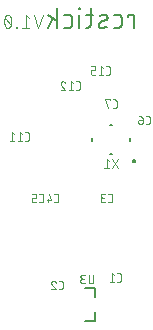
<source format=gbo>
G04 EAGLE Gerber RS-274X export*
G75*
%MOMM*%
%FSLAX34Y34*%
%LPD*%
%INSilk bottom*%
%IPPOS*%
%AMOC8*
5,1,8,0,0,1.08239X$1,22.5*%
G01*
%ADD10C,0.152400*%
%ADD11C,0.101600*%
%ADD12C,0.050800*%
%ADD13C,0.127000*%


D10*
X130048Y306832D02*
X130048Y317816D01*
X124556Y317816D01*
X124556Y315985D01*
X116839Y306832D02*
X113178Y306832D01*
X116839Y306832D02*
X116942Y306834D01*
X117044Y306840D01*
X117146Y306849D01*
X117248Y306863D01*
X117350Y306880D01*
X117450Y306901D01*
X117550Y306926D01*
X117648Y306954D01*
X117746Y306986D01*
X117842Y307022D01*
X117937Y307061D01*
X118030Y307104D01*
X118122Y307150D01*
X118212Y307200D01*
X118300Y307253D01*
X118386Y307309D01*
X118470Y307369D01*
X118551Y307431D01*
X118630Y307497D01*
X118707Y307565D01*
X118781Y307636D01*
X118852Y307710D01*
X118920Y307787D01*
X118986Y307866D01*
X119048Y307947D01*
X119108Y308031D01*
X119164Y308117D01*
X119217Y308205D01*
X119267Y308295D01*
X119313Y308387D01*
X119356Y308480D01*
X119395Y308575D01*
X119431Y308671D01*
X119463Y308769D01*
X119491Y308867D01*
X119516Y308967D01*
X119537Y309067D01*
X119554Y309169D01*
X119568Y309271D01*
X119577Y309373D01*
X119583Y309475D01*
X119585Y309578D01*
X119585Y315070D01*
X119583Y315173D01*
X119577Y315275D01*
X119568Y315377D01*
X119554Y315479D01*
X119537Y315581D01*
X119516Y315681D01*
X119491Y315781D01*
X119463Y315879D01*
X119431Y315977D01*
X119395Y316073D01*
X119356Y316168D01*
X119313Y316261D01*
X119267Y316353D01*
X119217Y316443D01*
X119164Y316531D01*
X119108Y316617D01*
X119048Y316701D01*
X118986Y316782D01*
X118920Y316861D01*
X118852Y316938D01*
X118781Y317012D01*
X118707Y317083D01*
X118630Y317151D01*
X118551Y317217D01*
X118470Y317279D01*
X118386Y317339D01*
X118300Y317395D01*
X118212Y317448D01*
X118122Y317498D01*
X118030Y317544D01*
X117937Y317587D01*
X117842Y317626D01*
X117746Y317662D01*
X117648Y317694D01*
X117550Y317722D01*
X117450Y317747D01*
X117350Y317768D01*
X117248Y317785D01*
X117146Y317799D01*
X117044Y317808D01*
X116942Y317814D01*
X116839Y317816D01*
X113178Y317816D01*
X106120Y313239D02*
X101543Y311409D01*
X106119Y313240D02*
X106207Y313277D01*
X106294Y313318D01*
X106378Y313362D01*
X106461Y313409D01*
X106542Y313460D01*
X106620Y313514D01*
X106697Y313571D01*
X106771Y313632D01*
X106842Y313695D01*
X106911Y313761D01*
X106978Y313829D01*
X107041Y313900D01*
X107102Y313974D01*
X107159Y314050D01*
X107214Y314129D01*
X107265Y314209D01*
X107313Y314292D01*
X107358Y314376D01*
X107399Y314462D01*
X107437Y314550D01*
X107471Y314639D01*
X107501Y314730D01*
X107528Y314821D01*
X107551Y314914D01*
X107571Y315007D01*
X107586Y315101D01*
X107598Y315196D01*
X107606Y315291D01*
X107610Y315386D01*
X107611Y315482D01*
X107607Y315577D01*
X107600Y315672D01*
X107589Y315767D01*
X107574Y315861D01*
X107555Y315955D01*
X107533Y316048D01*
X107506Y316140D01*
X107477Y316230D01*
X107443Y316320D01*
X107406Y316408D01*
X107366Y316494D01*
X107322Y316579D01*
X107274Y316662D01*
X107224Y316742D01*
X107170Y316821D01*
X107113Y316898D01*
X107053Y316972D01*
X106990Y317044D01*
X106924Y317113D01*
X106855Y317179D01*
X106784Y317243D01*
X106711Y317304D01*
X106635Y317361D01*
X106556Y317416D01*
X106476Y317467D01*
X106394Y317516D01*
X106309Y317560D01*
X106223Y317602D01*
X106136Y317640D01*
X106047Y317674D01*
X105956Y317705D01*
X105865Y317732D01*
X105772Y317755D01*
X105679Y317775D01*
X105585Y317791D01*
X105490Y317803D01*
X105395Y317811D01*
X105300Y317815D01*
X105204Y317816D01*
X104955Y317809D01*
X104705Y317797D01*
X104456Y317778D01*
X104207Y317754D01*
X103959Y317723D01*
X103712Y317687D01*
X103465Y317644D01*
X103220Y317596D01*
X102976Y317542D01*
X102734Y317482D01*
X102492Y317416D01*
X102253Y317344D01*
X102015Y317267D01*
X101780Y317183D01*
X101546Y317095D01*
X101314Y317000D01*
X101085Y316901D01*
X101544Y311408D02*
X101456Y311371D01*
X101369Y311330D01*
X101285Y311286D01*
X101202Y311239D01*
X101121Y311188D01*
X101043Y311134D01*
X100966Y311077D01*
X100892Y311016D01*
X100821Y310953D01*
X100752Y310887D01*
X100685Y310819D01*
X100622Y310748D01*
X100561Y310674D01*
X100504Y310598D01*
X100449Y310519D01*
X100398Y310439D01*
X100350Y310356D01*
X100305Y310272D01*
X100264Y310186D01*
X100226Y310098D01*
X100192Y310009D01*
X100162Y309918D01*
X100135Y309827D01*
X100112Y309734D01*
X100092Y309641D01*
X100077Y309547D01*
X100065Y309452D01*
X100057Y309357D01*
X100053Y309262D01*
X100052Y309166D01*
X100056Y309071D01*
X100063Y308976D01*
X100074Y308881D01*
X100089Y308787D01*
X100108Y308693D01*
X100130Y308600D01*
X100157Y308508D01*
X100186Y308418D01*
X100220Y308328D01*
X100257Y308240D01*
X100297Y308154D01*
X100341Y308069D01*
X100389Y307986D01*
X100439Y307906D01*
X100493Y307827D01*
X100550Y307750D01*
X100610Y307676D01*
X100673Y307604D01*
X100739Y307535D01*
X100808Y307469D01*
X100879Y307405D01*
X100952Y307344D01*
X101028Y307287D01*
X101107Y307232D01*
X101187Y307181D01*
X101269Y307132D01*
X101354Y307088D01*
X101440Y307046D01*
X101527Y307008D01*
X101616Y306974D01*
X101707Y306943D01*
X101798Y306916D01*
X101891Y306893D01*
X101984Y306873D01*
X102078Y306857D01*
X102173Y306845D01*
X102268Y306837D01*
X102363Y306833D01*
X102459Y306832D01*
X102826Y306841D01*
X103192Y306859D01*
X103559Y306886D01*
X103924Y306922D01*
X104288Y306966D01*
X104652Y307019D01*
X105014Y307080D01*
X105374Y307150D01*
X105733Y307229D01*
X106090Y307316D01*
X106444Y307411D01*
X106796Y307515D01*
X107146Y307627D01*
X107493Y307747D01*
X95110Y317816D02*
X89618Y317816D01*
X93279Y323308D02*
X93279Y309578D01*
X93277Y309475D01*
X93271Y309373D01*
X93262Y309271D01*
X93248Y309169D01*
X93231Y309067D01*
X93210Y308967D01*
X93185Y308867D01*
X93157Y308769D01*
X93125Y308671D01*
X93089Y308575D01*
X93050Y308480D01*
X93007Y308387D01*
X92961Y308295D01*
X92911Y308205D01*
X92858Y308117D01*
X92802Y308031D01*
X92742Y307947D01*
X92680Y307866D01*
X92614Y307787D01*
X92546Y307710D01*
X92475Y307636D01*
X92401Y307565D01*
X92324Y307497D01*
X92245Y307431D01*
X92164Y307369D01*
X92080Y307309D01*
X91994Y307253D01*
X91906Y307200D01*
X91816Y307150D01*
X91724Y307104D01*
X91631Y307061D01*
X91536Y307022D01*
X91440Y306986D01*
X91342Y306954D01*
X91244Y306926D01*
X91144Y306901D01*
X91044Y306880D01*
X90942Y306863D01*
X90840Y306849D01*
X90738Y306840D01*
X90636Y306834D01*
X90533Y306832D01*
X89618Y306832D01*
X83825Y306832D02*
X83825Y317816D01*
X84282Y322393D02*
X84282Y323308D01*
X83367Y323308D01*
X83367Y322393D01*
X84282Y322393D01*
X74719Y306832D02*
X71058Y306832D01*
X74719Y306832D02*
X74822Y306834D01*
X74924Y306840D01*
X75026Y306849D01*
X75128Y306863D01*
X75230Y306880D01*
X75330Y306901D01*
X75430Y306926D01*
X75528Y306954D01*
X75626Y306986D01*
X75722Y307022D01*
X75817Y307061D01*
X75910Y307104D01*
X76002Y307150D01*
X76092Y307200D01*
X76180Y307253D01*
X76266Y307309D01*
X76350Y307369D01*
X76431Y307431D01*
X76510Y307497D01*
X76587Y307565D01*
X76661Y307636D01*
X76732Y307710D01*
X76800Y307787D01*
X76866Y307866D01*
X76928Y307947D01*
X76988Y308031D01*
X77044Y308117D01*
X77097Y308205D01*
X77147Y308295D01*
X77193Y308387D01*
X77236Y308480D01*
X77275Y308575D01*
X77311Y308671D01*
X77343Y308769D01*
X77371Y308867D01*
X77396Y308967D01*
X77417Y309067D01*
X77434Y309169D01*
X77448Y309271D01*
X77457Y309373D01*
X77463Y309475D01*
X77465Y309578D01*
X77465Y315070D01*
X77463Y315173D01*
X77457Y315275D01*
X77448Y315377D01*
X77434Y315479D01*
X77417Y315581D01*
X77396Y315681D01*
X77371Y315781D01*
X77343Y315879D01*
X77311Y315977D01*
X77275Y316073D01*
X77236Y316168D01*
X77193Y316261D01*
X77147Y316353D01*
X77097Y316443D01*
X77044Y316531D01*
X76988Y316617D01*
X76928Y316701D01*
X76866Y316782D01*
X76800Y316861D01*
X76732Y316938D01*
X76661Y317012D01*
X76587Y317083D01*
X76510Y317151D01*
X76431Y317217D01*
X76350Y317279D01*
X76266Y317339D01*
X76180Y317395D01*
X76092Y317448D01*
X76002Y317498D01*
X75910Y317544D01*
X75817Y317587D01*
X75722Y317626D01*
X75626Y317662D01*
X75528Y317694D01*
X75430Y317722D01*
X75330Y317747D01*
X75230Y317768D01*
X75128Y317785D01*
X75026Y317799D01*
X74924Y317808D01*
X74822Y317814D01*
X74719Y317816D01*
X71058Y317816D01*
X64679Y323308D02*
X64679Y306832D01*
X64679Y312324D02*
X57356Y317816D01*
X61475Y314612D02*
X57356Y306832D01*
D11*
X49171Y306578D02*
X52832Y317562D01*
X45509Y317562D02*
X49171Y306578D01*
X41422Y315121D02*
X38371Y317562D01*
X38371Y306578D01*
X41422Y306578D02*
X35320Y306578D01*
X31116Y306578D02*
X31116Y307188D01*
X30506Y307188D01*
X30506Y306578D01*
X31116Y306578D01*
X26302Y312070D02*
X26299Y312286D01*
X26292Y312502D01*
X26279Y312718D01*
X26261Y312933D01*
X26238Y313148D01*
X26209Y313362D01*
X26176Y313576D01*
X26137Y313788D01*
X26094Y314000D01*
X26045Y314211D01*
X25992Y314420D01*
X25933Y314628D01*
X25870Y314834D01*
X25801Y315039D01*
X25728Y315243D01*
X25650Y315444D01*
X25567Y315644D01*
X25479Y315841D01*
X25387Y316037D01*
X25387Y316036D02*
X25355Y316124D01*
X25319Y316210D01*
X25280Y316295D01*
X25237Y316378D01*
X25191Y316459D01*
X25142Y316538D01*
X25089Y316616D01*
X25033Y316690D01*
X24974Y316763D01*
X24913Y316833D01*
X24848Y316900D01*
X24781Y316965D01*
X24711Y317027D01*
X24638Y317086D01*
X24563Y317141D01*
X24486Y317194D01*
X24407Y317244D01*
X24326Y317290D01*
X24243Y317332D01*
X24158Y317372D01*
X24072Y317407D01*
X23984Y317440D01*
X23895Y317468D01*
X23805Y317493D01*
X23715Y317514D01*
X23623Y317531D01*
X23530Y317545D01*
X23438Y317554D01*
X23344Y317560D01*
X23251Y317562D01*
X23158Y317560D01*
X23064Y317554D01*
X22972Y317545D01*
X22879Y317531D01*
X22787Y317514D01*
X22697Y317493D01*
X22607Y317468D01*
X22518Y317440D01*
X22430Y317407D01*
X22344Y317372D01*
X22259Y317332D01*
X22176Y317290D01*
X22095Y317244D01*
X22016Y317194D01*
X21939Y317141D01*
X21864Y317086D01*
X21791Y317027D01*
X21721Y316965D01*
X21654Y316900D01*
X21589Y316833D01*
X21528Y316763D01*
X21469Y316690D01*
X21413Y316616D01*
X21360Y316538D01*
X21311Y316459D01*
X21265Y316378D01*
X21222Y316295D01*
X21183Y316210D01*
X21147Y316124D01*
X21115Y316036D01*
X21114Y316037D02*
X21022Y315841D01*
X20934Y315644D01*
X20851Y315444D01*
X20773Y315243D01*
X20700Y315039D01*
X20631Y314834D01*
X20568Y314628D01*
X20509Y314420D01*
X20456Y314211D01*
X20407Y314000D01*
X20364Y313788D01*
X20325Y313576D01*
X20292Y313362D01*
X20263Y313148D01*
X20240Y312933D01*
X20222Y312718D01*
X20209Y312502D01*
X20202Y312286D01*
X20199Y312070D01*
X26302Y312070D02*
X26299Y311854D01*
X26292Y311638D01*
X26279Y311422D01*
X26261Y311207D01*
X26238Y310992D01*
X26209Y310778D01*
X26176Y310564D01*
X26137Y310352D01*
X26094Y310140D01*
X26045Y309930D01*
X25992Y309720D01*
X25933Y309512D01*
X25870Y309306D01*
X25801Y309101D01*
X25728Y308897D01*
X25650Y308696D01*
X25567Y308496D01*
X25479Y308299D01*
X25387Y308104D01*
X25355Y308016D01*
X25319Y307930D01*
X25280Y307845D01*
X25237Y307762D01*
X25191Y307681D01*
X25142Y307602D01*
X25089Y307524D01*
X25033Y307450D01*
X24974Y307377D01*
X24913Y307307D01*
X24848Y307240D01*
X24781Y307175D01*
X24711Y307113D01*
X24638Y307054D01*
X24563Y306999D01*
X24486Y306946D01*
X24407Y306896D01*
X24326Y306850D01*
X24243Y306808D01*
X24158Y306768D01*
X24072Y306733D01*
X23984Y306700D01*
X23895Y306672D01*
X23805Y306647D01*
X23715Y306626D01*
X23623Y306609D01*
X23530Y306595D01*
X23438Y306586D01*
X23344Y306580D01*
X23251Y306578D01*
X21114Y308103D02*
X21022Y308299D01*
X20934Y308496D01*
X20851Y308696D01*
X20773Y308897D01*
X20700Y309101D01*
X20631Y309306D01*
X20568Y309512D01*
X20509Y309720D01*
X20456Y309929D01*
X20407Y310140D01*
X20364Y310352D01*
X20325Y310564D01*
X20292Y310778D01*
X20263Y310992D01*
X20240Y311207D01*
X20222Y311422D01*
X20209Y311638D01*
X20202Y311854D01*
X20199Y312070D01*
X21115Y308104D02*
X21147Y308016D01*
X21183Y307930D01*
X21222Y307845D01*
X21265Y307762D01*
X21311Y307681D01*
X21360Y307602D01*
X21413Y307524D01*
X21469Y307450D01*
X21528Y307377D01*
X21589Y307307D01*
X21654Y307240D01*
X21721Y307175D01*
X21791Y307113D01*
X21864Y307054D01*
X21939Y306999D01*
X22016Y306946D01*
X22095Y306896D01*
X22176Y306850D01*
X22259Y306808D01*
X22344Y306768D01*
X22430Y306733D01*
X22518Y306700D01*
X22607Y306672D01*
X22697Y306647D01*
X22787Y306626D01*
X22879Y306609D01*
X22972Y306595D01*
X23064Y306586D01*
X23158Y306580D01*
X23251Y306578D01*
X25692Y309019D02*
X20810Y315121D01*
D12*
X115981Y91694D02*
X117562Y91694D01*
X117640Y91696D01*
X117717Y91702D01*
X117794Y91711D01*
X117870Y91724D01*
X117946Y91741D01*
X118021Y91762D01*
X118094Y91786D01*
X118167Y91814D01*
X118238Y91846D01*
X118307Y91881D01*
X118374Y91919D01*
X118440Y91960D01*
X118503Y92005D01*
X118564Y92053D01*
X118623Y92103D01*
X118679Y92157D01*
X118733Y92213D01*
X118783Y92272D01*
X118831Y92333D01*
X118876Y92396D01*
X118917Y92462D01*
X118955Y92529D01*
X118990Y92598D01*
X119022Y92669D01*
X119050Y92742D01*
X119074Y92815D01*
X119095Y92890D01*
X119112Y92966D01*
X119125Y93042D01*
X119134Y93119D01*
X119140Y93196D01*
X119142Y93274D01*
X119142Y97226D01*
X119140Y97304D01*
X119134Y97381D01*
X119125Y97458D01*
X119112Y97534D01*
X119095Y97610D01*
X119074Y97685D01*
X119050Y97758D01*
X119022Y97831D01*
X118990Y97902D01*
X118955Y97971D01*
X118917Y98038D01*
X118876Y98104D01*
X118831Y98167D01*
X118783Y98228D01*
X118733Y98287D01*
X118679Y98343D01*
X118623Y98397D01*
X118564Y98447D01*
X118503Y98495D01*
X118440Y98540D01*
X118374Y98581D01*
X118307Y98619D01*
X118238Y98654D01*
X118167Y98686D01*
X118094Y98714D01*
X118021Y98738D01*
X117946Y98759D01*
X117870Y98776D01*
X117794Y98789D01*
X117717Y98798D01*
X117640Y98804D01*
X117562Y98806D01*
X115981Y98806D01*
X113409Y97226D02*
X111433Y98806D01*
X111433Y91694D01*
X109458Y91694D02*
X113409Y91694D01*
X39711Y211074D02*
X38130Y211074D01*
X39711Y211074D02*
X39789Y211076D01*
X39866Y211082D01*
X39943Y211091D01*
X40019Y211104D01*
X40095Y211121D01*
X40170Y211142D01*
X40243Y211166D01*
X40316Y211194D01*
X40387Y211226D01*
X40456Y211261D01*
X40523Y211299D01*
X40589Y211340D01*
X40652Y211385D01*
X40713Y211433D01*
X40772Y211483D01*
X40828Y211537D01*
X40882Y211593D01*
X40932Y211652D01*
X40980Y211713D01*
X41025Y211776D01*
X41066Y211842D01*
X41104Y211909D01*
X41139Y211978D01*
X41171Y212049D01*
X41199Y212122D01*
X41223Y212195D01*
X41244Y212270D01*
X41261Y212346D01*
X41274Y212422D01*
X41283Y212499D01*
X41289Y212576D01*
X41291Y212654D01*
X41291Y216606D01*
X41289Y216684D01*
X41283Y216761D01*
X41274Y216838D01*
X41261Y216914D01*
X41244Y216990D01*
X41223Y217065D01*
X41199Y217138D01*
X41171Y217211D01*
X41139Y217282D01*
X41104Y217351D01*
X41066Y217418D01*
X41025Y217484D01*
X40980Y217547D01*
X40932Y217608D01*
X40882Y217667D01*
X40828Y217723D01*
X40772Y217777D01*
X40713Y217827D01*
X40652Y217875D01*
X40589Y217920D01*
X40523Y217961D01*
X40456Y217999D01*
X40387Y218034D01*
X40316Y218066D01*
X40243Y218094D01*
X40170Y218118D01*
X40095Y218139D01*
X40019Y218156D01*
X39943Y218169D01*
X39866Y218178D01*
X39789Y218184D01*
X39711Y218186D01*
X38130Y218186D01*
X35558Y216606D02*
X33582Y218186D01*
X33582Y211074D01*
X31607Y211074D02*
X35558Y211074D01*
X28700Y216606D02*
X26724Y218186D01*
X26724Y211074D01*
X24749Y211074D02*
X28700Y211074D01*
X81310Y254254D02*
X82891Y254254D01*
X82969Y254256D01*
X83046Y254262D01*
X83123Y254271D01*
X83199Y254284D01*
X83275Y254301D01*
X83350Y254322D01*
X83423Y254346D01*
X83496Y254374D01*
X83567Y254406D01*
X83636Y254441D01*
X83703Y254479D01*
X83769Y254520D01*
X83832Y254565D01*
X83893Y254613D01*
X83952Y254663D01*
X84008Y254717D01*
X84062Y254773D01*
X84112Y254832D01*
X84160Y254893D01*
X84205Y254956D01*
X84246Y255022D01*
X84284Y255089D01*
X84319Y255158D01*
X84351Y255229D01*
X84379Y255302D01*
X84403Y255375D01*
X84424Y255450D01*
X84441Y255526D01*
X84454Y255602D01*
X84463Y255679D01*
X84469Y255756D01*
X84471Y255834D01*
X84471Y259786D01*
X84469Y259864D01*
X84463Y259941D01*
X84454Y260018D01*
X84441Y260094D01*
X84424Y260170D01*
X84403Y260245D01*
X84379Y260318D01*
X84351Y260391D01*
X84319Y260462D01*
X84284Y260531D01*
X84246Y260598D01*
X84205Y260664D01*
X84160Y260727D01*
X84112Y260788D01*
X84062Y260847D01*
X84008Y260903D01*
X83952Y260957D01*
X83893Y261007D01*
X83832Y261055D01*
X83769Y261100D01*
X83703Y261141D01*
X83636Y261179D01*
X83567Y261214D01*
X83496Y261246D01*
X83423Y261274D01*
X83350Y261298D01*
X83275Y261319D01*
X83199Y261336D01*
X83123Y261349D01*
X83046Y261358D01*
X82969Y261364D01*
X82891Y261366D01*
X81310Y261366D01*
X78738Y259786D02*
X76762Y261366D01*
X76762Y254254D01*
X74787Y254254D02*
X78738Y254254D01*
X69707Y261366D02*
X69625Y261364D01*
X69543Y261358D01*
X69461Y261349D01*
X69380Y261336D01*
X69300Y261319D01*
X69220Y261298D01*
X69142Y261274D01*
X69065Y261246D01*
X68989Y261215D01*
X68914Y261180D01*
X68842Y261141D01*
X68771Y261100D01*
X68702Y261055D01*
X68636Y261007D01*
X68571Y260956D01*
X68509Y260902D01*
X68450Y260845D01*
X68393Y260786D01*
X68339Y260724D01*
X68288Y260659D01*
X68240Y260593D01*
X68195Y260524D01*
X68154Y260453D01*
X68115Y260381D01*
X68080Y260306D01*
X68049Y260230D01*
X68021Y260153D01*
X67997Y260075D01*
X67976Y259995D01*
X67959Y259915D01*
X67946Y259834D01*
X67937Y259752D01*
X67931Y259670D01*
X67929Y259588D01*
X69707Y261366D02*
X69800Y261364D01*
X69892Y261358D01*
X69984Y261349D01*
X70076Y261336D01*
X70167Y261319D01*
X70257Y261299D01*
X70347Y261275D01*
X70435Y261247D01*
X70523Y261215D01*
X70608Y261181D01*
X70693Y261142D01*
X70775Y261101D01*
X70856Y261056D01*
X70936Y261007D01*
X71013Y260956D01*
X71088Y260902D01*
X71160Y260844D01*
X71231Y260784D01*
X71298Y260720D01*
X71363Y260655D01*
X71426Y260586D01*
X71485Y260515D01*
X71542Y260442D01*
X71596Y260366D01*
X71646Y260289D01*
X71694Y260209D01*
X71738Y260127D01*
X71778Y260044D01*
X71816Y259959D01*
X71850Y259873D01*
X71880Y259786D01*
X68522Y258205D02*
X68461Y258266D01*
X68403Y258329D01*
X68348Y258395D01*
X68295Y258463D01*
X68246Y258534D01*
X68201Y258606D01*
X68158Y258681D01*
X68119Y258757D01*
X68083Y258836D01*
X68051Y258915D01*
X68023Y258996D01*
X67998Y259079D01*
X67977Y259162D01*
X67960Y259246D01*
X67946Y259331D01*
X67937Y259416D01*
X67931Y259502D01*
X67929Y259588D01*
X68522Y258205D02*
X71880Y254254D01*
X67929Y254254D01*
X106710Y266954D02*
X108291Y266954D01*
X108369Y266956D01*
X108446Y266962D01*
X108523Y266971D01*
X108599Y266984D01*
X108675Y267001D01*
X108750Y267022D01*
X108823Y267046D01*
X108896Y267074D01*
X108967Y267106D01*
X109036Y267141D01*
X109103Y267179D01*
X109169Y267220D01*
X109232Y267265D01*
X109293Y267313D01*
X109352Y267363D01*
X109408Y267417D01*
X109462Y267473D01*
X109512Y267532D01*
X109560Y267593D01*
X109605Y267656D01*
X109646Y267722D01*
X109684Y267789D01*
X109719Y267858D01*
X109751Y267929D01*
X109779Y268002D01*
X109803Y268075D01*
X109824Y268150D01*
X109841Y268226D01*
X109854Y268302D01*
X109863Y268379D01*
X109869Y268456D01*
X109871Y268534D01*
X109871Y272486D01*
X109869Y272564D01*
X109863Y272641D01*
X109854Y272718D01*
X109841Y272794D01*
X109824Y272870D01*
X109803Y272945D01*
X109779Y273018D01*
X109751Y273091D01*
X109719Y273162D01*
X109684Y273231D01*
X109646Y273298D01*
X109605Y273364D01*
X109560Y273427D01*
X109512Y273488D01*
X109462Y273547D01*
X109408Y273603D01*
X109352Y273657D01*
X109293Y273707D01*
X109232Y273755D01*
X109169Y273800D01*
X109103Y273841D01*
X109036Y273879D01*
X108967Y273914D01*
X108896Y273946D01*
X108823Y273974D01*
X108750Y273998D01*
X108675Y274019D01*
X108599Y274036D01*
X108523Y274049D01*
X108446Y274058D01*
X108369Y274064D01*
X108291Y274066D01*
X106710Y274066D01*
X104138Y272486D02*
X102162Y274066D01*
X102162Y266954D01*
X100187Y266954D02*
X104138Y266954D01*
X97280Y266954D02*
X94909Y266954D01*
X94831Y266956D01*
X94754Y266962D01*
X94677Y266971D01*
X94601Y266984D01*
X94525Y267001D01*
X94450Y267022D01*
X94377Y267046D01*
X94304Y267074D01*
X94233Y267106D01*
X94164Y267141D01*
X94097Y267179D01*
X94031Y267220D01*
X93968Y267265D01*
X93907Y267313D01*
X93848Y267363D01*
X93792Y267417D01*
X93738Y267473D01*
X93688Y267532D01*
X93640Y267593D01*
X93595Y267656D01*
X93554Y267722D01*
X93516Y267789D01*
X93481Y267858D01*
X93449Y267929D01*
X93421Y268002D01*
X93397Y268075D01*
X93376Y268150D01*
X93359Y268226D01*
X93346Y268302D01*
X93337Y268379D01*
X93331Y268456D01*
X93329Y268534D01*
X93329Y269325D01*
X93331Y269403D01*
X93337Y269480D01*
X93346Y269557D01*
X93359Y269633D01*
X93376Y269709D01*
X93397Y269784D01*
X93421Y269857D01*
X93449Y269930D01*
X93481Y270001D01*
X93516Y270070D01*
X93554Y270137D01*
X93595Y270203D01*
X93640Y270266D01*
X93688Y270327D01*
X93738Y270386D01*
X93792Y270442D01*
X93848Y270496D01*
X93907Y270546D01*
X93968Y270594D01*
X94031Y270639D01*
X94097Y270680D01*
X94164Y270718D01*
X94233Y270753D01*
X94304Y270785D01*
X94377Y270813D01*
X94450Y270837D01*
X94525Y270858D01*
X94601Y270875D01*
X94677Y270888D01*
X94754Y270897D01*
X94831Y270903D01*
X94909Y270905D01*
X97280Y270905D01*
X97280Y274066D01*
X93329Y274066D01*
X68032Y85344D02*
X66451Y85344D01*
X68032Y85344D02*
X68110Y85346D01*
X68187Y85352D01*
X68264Y85361D01*
X68340Y85374D01*
X68416Y85391D01*
X68491Y85412D01*
X68564Y85436D01*
X68637Y85464D01*
X68708Y85496D01*
X68777Y85531D01*
X68844Y85569D01*
X68910Y85610D01*
X68973Y85655D01*
X69034Y85703D01*
X69093Y85753D01*
X69149Y85807D01*
X69203Y85863D01*
X69253Y85922D01*
X69301Y85983D01*
X69346Y86046D01*
X69387Y86112D01*
X69425Y86179D01*
X69460Y86248D01*
X69492Y86319D01*
X69520Y86392D01*
X69544Y86465D01*
X69565Y86540D01*
X69582Y86616D01*
X69595Y86692D01*
X69604Y86769D01*
X69610Y86846D01*
X69612Y86924D01*
X69612Y90876D01*
X69610Y90954D01*
X69604Y91031D01*
X69595Y91108D01*
X69582Y91184D01*
X69565Y91260D01*
X69544Y91335D01*
X69520Y91408D01*
X69492Y91481D01*
X69460Y91552D01*
X69425Y91621D01*
X69387Y91688D01*
X69346Y91754D01*
X69301Y91817D01*
X69253Y91878D01*
X69203Y91937D01*
X69149Y91993D01*
X69093Y92047D01*
X69034Y92097D01*
X68973Y92145D01*
X68910Y92190D01*
X68844Y92231D01*
X68777Y92269D01*
X68708Y92304D01*
X68637Y92336D01*
X68564Y92364D01*
X68491Y92388D01*
X68416Y92409D01*
X68340Y92426D01*
X68264Y92439D01*
X68187Y92448D01*
X68110Y92454D01*
X68032Y92456D01*
X66451Y92456D01*
X61706Y92456D02*
X61624Y92454D01*
X61542Y92448D01*
X61460Y92439D01*
X61379Y92426D01*
X61299Y92409D01*
X61219Y92388D01*
X61141Y92364D01*
X61064Y92336D01*
X60988Y92305D01*
X60913Y92270D01*
X60841Y92231D01*
X60770Y92190D01*
X60701Y92145D01*
X60635Y92097D01*
X60570Y92046D01*
X60508Y91992D01*
X60449Y91935D01*
X60392Y91876D01*
X60338Y91814D01*
X60287Y91749D01*
X60239Y91683D01*
X60194Y91614D01*
X60153Y91543D01*
X60114Y91471D01*
X60079Y91396D01*
X60048Y91320D01*
X60020Y91243D01*
X59996Y91165D01*
X59975Y91085D01*
X59958Y91005D01*
X59945Y90924D01*
X59936Y90842D01*
X59930Y90760D01*
X59928Y90678D01*
X61706Y92456D02*
X61799Y92454D01*
X61891Y92448D01*
X61983Y92439D01*
X62075Y92426D01*
X62166Y92409D01*
X62256Y92389D01*
X62346Y92365D01*
X62434Y92337D01*
X62522Y92305D01*
X62607Y92271D01*
X62692Y92232D01*
X62774Y92191D01*
X62855Y92146D01*
X62935Y92097D01*
X63012Y92046D01*
X63087Y91992D01*
X63159Y91934D01*
X63230Y91874D01*
X63297Y91810D01*
X63362Y91745D01*
X63425Y91676D01*
X63484Y91605D01*
X63541Y91532D01*
X63595Y91456D01*
X63645Y91379D01*
X63693Y91299D01*
X63737Y91217D01*
X63777Y91134D01*
X63815Y91049D01*
X63849Y90963D01*
X63879Y90876D01*
X60521Y89295D02*
X60460Y89356D01*
X60402Y89419D01*
X60347Y89485D01*
X60294Y89553D01*
X60245Y89624D01*
X60200Y89696D01*
X60157Y89771D01*
X60118Y89847D01*
X60082Y89926D01*
X60050Y90005D01*
X60022Y90086D01*
X59997Y90169D01*
X59976Y90252D01*
X59959Y90336D01*
X59945Y90421D01*
X59936Y90506D01*
X59930Y90592D01*
X59928Y90678D01*
X60521Y89295D02*
X63879Y85344D01*
X59928Y85344D01*
X108361Y159004D02*
X109942Y159004D01*
X110020Y159006D01*
X110097Y159012D01*
X110174Y159021D01*
X110250Y159034D01*
X110326Y159051D01*
X110401Y159072D01*
X110474Y159096D01*
X110547Y159124D01*
X110618Y159156D01*
X110687Y159191D01*
X110754Y159229D01*
X110820Y159270D01*
X110883Y159315D01*
X110944Y159363D01*
X111003Y159413D01*
X111059Y159467D01*
X111113Y159523D01*
X111163Y159582D01*
X111211Y159643D01*
X111256Y159706D01*
X111297Y159772D01*
X111335Y159839D01*
X111370Y159908D01*
X111402Y159979D01*
X111430Y160052D01*
X111454Y160125D01*
X111475Y160200D01*
X111492Y160276D01*
X111505Y160352D01*
X111514Y160429D01*
X111520Y160506D01*
X111522Y160584D01*
X111522Y164536D01*
X111520Y164614D01*
X111514Y164691D01*
X111505Y164768D01*
X111492Y164844D01*
X111475Y164920D01*
X111454Y164995D01*
X111430Y165068D01*
X111402Y165141D01*
X111370Y165212D01*
X111335Y165281D01*
X111297Y165348D01*
X111256Y165414D01*
X111211Y165477D01*
X111163Y165538D01*
X111113Y165597D01*
X111059Y165653D01*
X111003Y165707D01*
X110944Y165757D01*
X110883Y165805D01*
X110820Y165850D01*
X110754Y165891D01*
X110687Y165929D01*
X110618Y165964D01*
X110547Y165996D01*
X110474Y166024D01*
X110401Y166048D01*
X110326Y166069D01*
X110250Y166086D01*
X110174Y166099D01*
X110097Y166108D01*
X110020Y166114D01*
X109942Y166116D01*
X108361Y166116D01*
X105789Y159004D02*
X103813Y159004D01*
X103726Y159006D01*
X103638Y159012D01*
X103551Y159021D01*
X103465Y159035D01*
X103379Y159052D01*
X103295Y159073D01*
X103211Y159098D01*
X103128Y159127D01*
X103047Y159159D01*
X102967Y159194D01*
X102889Y159233D01*
X102812Y159276D01*
X102738Y159322D01*
X102666Y159371D01*
X102596Y159423D01*
X102528Y159479D01*
X102463Y159537D01*
X102400Y159598D01*
X102341Y159662D01*
X102284Y159729D01*
X102230Y159797D01*
X102179Y159869D01*
X102132Y159942D01*
X102087Y160017D01*
X102046Y160095D01*
X102009Y160174D01*
X101975Y160254D01*
X101945Y160336D01*
X101918Y160419D01*
X101895Y160504D01*
X101876Y160589D01*
X101861Y160675D01*
X101849Y160762D01*
X101841Y160849D01*
X101837Y160936D01*
X101837Y161024D01*
X101841Y161111D01*
X101849Y161198D01*
X101861Y161285D01*
X101876Y161371D01*
X101895Y161456D01*
X101918Y161541D01*
X101945Y161624D01*
X101975Y161706D01*
X102009Y161786D01*
X102046Y161865D01*
X102087Y161943D01*
X102132Y162018D01*
X102179Y162091D01*
X102230Y162163D01*
X102284Y162231D01*
X102341Y162298D01*
X102400Y162362D01*
X102463Y162423D01*
X102528Y162481D01*
X102596Y162537D01*
X102666Y162589D01*
X102738Y162638D01*
X102812Y162684D01*
X102889Y162727D01*
X102967Y162766D01*
X103047Y162801D01*
X103128Y162833D01*
X103211Y162862D01*
X103295Y162887D01*
X103379Y162908D01*
X103465Y162925D01*
X103551Y162939D01*
X103638Y162948D01*
X103726Y162954D01*
X103813Y162956D01*
X103418Y166116D02*
X105789Y166116D01*
X103418Y166116D02*
X103339Y166114D01*
X103261Y166108D01*
X103183Y166098D01*
X103105Y166085D01*
X103028Y166067D01*
X102952Y166046D01*
X102878Y166021D01*
X102804Y165992D01*
X102732Y165960D01*
X102662Y165924D01*
X102594Y165884D01*
X102528Y165841D01*
X102464Y165795D01*
X102402Y165746D01*
X102343Y165694D01*
X102287Y165639D01*
X102233Y165581D01*
X102183Y165521D01*
X102135Y165458D01*
X102091Y165393D01*
X102050Y165326D01*
X102012Y165257D01*
X101978Y165186D01*
X101947Y165113D01*
X101920Y165039D01*
X101897Y164964D01*
X101878Y164888D01*
X101862Y164810D01*
X101850Y164732D01*
X101842Y164654D01*
X101838Y164575D01*
X101838Y164497D01*
X101842Y164418D01*
X101850Y164340D01*
X101862Y164262D01*
X101878Y164184D01*
X101897Y164108D01*
X101920Y164033D01*
X101947Y163959D01*
X101978Y163886D01*
X102012Y163815D01*
X102050Y163746D01*
X102091Y163679D01*
X102135Y163614D01*
X102183Y163551D01*
X102233Y163491D01*
X102287Y163433D01*
X102343Y163378D01*
X102402Y163326D01*
X102464Y163277D01*
X102528Y163231D01*
X102594Y163188D01*
X102662Y163148D01*
X102732Y163112D01*
X102804Y163080D01*
X102878Y163051D01*
X102952Y163026D01*
X103028Y163005D01*
X103105Y162987D01*
X103183Y162974D01*
X103261Y162964D01*
X103339Y162958D01*
X103418Y162956D01*
X103418Y162955D02*
X104999Y162955D01*
X64222Y159004D02*
X62641Y159004D01*
X64222Y159004D02*
X64300Y159006D01*
X64377Y159012D01*
X64454Y159021D01*
X64530Y159034D01*
X64606Y159051D01*
X64681Y159072D01*
X64754Y159096D01*
X64827Y159124D01*
X64898Y159156D01*
X64967Y159191D01*
X65034Y159229D01*
X65100Y159270D01*
X65163Y159315D01*
X65224Y159363D01*
X65283Y159413D01*
X65339Y159467D01*
X65393Y159523D01*
X65443Y159582D01*
X65491Y159643D01*
X65536Y159706D01*
X65577Y159772D01*
X65615Y159839D01*
X65650Y159908D01*
X65682Y159979D01*
X65710Y160052D01*
X65734Y160125D01*
X65755Y160200D01*
X65772Y160276D01*
X65785Y160352D01*
X65794Y160429D01*
X65800Y160506D01*
X65802Y160584D01*
X65802Y164536D01*
X65800Y164614D01*
X65794Y164691D01*
X65785Y164768D01*
X65772Y164844D01*
X65755Y164920D01*
X65734Y164995D01*
X65710Y165068D01*
X65682Y165141D01*
X65650Y165212D01*
X65615Y165281D01*
X65577Y165348D01*
X65536Y165414D01*
X65491Y165477D01*
X65443Y165538D01*
X65393Y165597D01*
X65339Y165653D01*
X65283Y165707D01*
X65224Y165757D01*
X65163Y165805D01*
X65100Y165850D01*
X65034Y165891D01*
X64967Y165929D01*
X64898Y165964D01*
X64827Y165996D01*
X64754Y166024D01*
X64681Y166048D01*
X64606Y166069D01*
X64530Y166086D01*
X64454Y166099D01*
X64377Y166108D01*
X64300Y166114D01*
X64222Y166116D01*
X62641Y166116D01*
X58489Y166116D02*
X60069Y160584D01*
X56118Y160584D01*
X57303Y162165D02*
X57303Y159004D01*
X51522Y159004D02*
X49941Y159004D01*
X51522Y159004D02*
X51600Y159006D01*
X51677Y159012D01*
X51754Y159021D01*
X51830Y159034D01*
X51906Y159051D01*
X51981Y159072D01*
X52054Y159096D01*
X52127Y159124D01*
X52198Y159156D01*
X52267Y159191D01*
X52334Y159229D01*
X52400Y159270D01*
X52463Y159315D01*
X52524Y159363D01*
X52583Y159413D01*
X52639Y159467D01*
X52693Y159523D01*
X52743Y159582D01*
X52791Y159643D01*
X52836Y159706D01*
X52877Y159772D01*
X52915Y159839D01*
X52950Y159908D01*
X52982Y159979D01*
X53010Y160052D01*
X53034Y160125D01*
X53055Y160200D01*
X53072Y160276D01*
X53085Y160352D01*
X53094Y160429D01*
X53100Y160506D01*
X53102Y160584D01*
X53102Y164536D01*
X53100Y164614D01*
X53094Y164691D01*
X53085Y164768D01*
X53072Y164844D01*
X53055Y164920D01*
X53034Y164995D01*
X53010Y165068D01*
X52982Y165141D01*
X52950Y165212D01*
X52915Y165281D01*
X52877Y165348D01*
X52836Y165414D01*
X52791Y165477D01*
X52743Y165538D01*
X52693Y165597D01*
X52639Y165653D01*
X52583Y165707D01*
X52524Y165757D01*
X52463Y165805D01*
X52400Y165850D01*
X52334Y165891D01*
X52267Y165929D01*
X52198Y165964D01*
X52127Y165996D01*
X52054Y166024D01*
X51981Y166048D01*
X51906Y166069D01*
X51830Y166086D01*
X51754Y166099D01*
X51677Y166108D01*
X51600Y166114D01*
X51522Y166116D01*
X49941Y166116D01*
X47369Y159004D02*
X44998Y159004D01*
X44920Y159006D01*
X44843Y159012D01*
X44766Y159021D01*
X44690Y159034D01*
X44614Y159051D01*
X44539Y159072D01*
X44466Y159096D01*
X44393Y159124D01*
X44322Y159156D01*
X44253Y159191D01*
X44186Y159229D01*
X44120Y159270D01*
X44057Y159315D01*
X43996Y159363D01*
X43937Y159413D01*
X43881Y159467D01*
X43827Y159523D01*
X43777Y159582D01*
X43729Y159643D01*
X43684Y159706D01*
X43643Y159772D01*
X43605Y159839D01*
X43570Y159908D01*
X43538Y159979D01*
X43510Y160052D01*
X43486Y160125D01*
X43465Y160200D01*
X43448Y160276D01*
X43435Y160352D01*
X43426Y160429D01*
X43420Y160506D01*
X43418Y160584D01*
X43418Y161375D01*
X43420Y161453D01*
X43426Y161530D01*
X43435Y161607D01*
X43448Y161683D01*
X43465Y161759D01*
X43486Y161834D01*
X43510Y161907D01*
X43538Y161980D01*
X43570Y162051D01*
X43605Y162120D01*
X43643Y162187D01*
X43684Y162253D01*
X43729Y162316D01*
X43777Y162377D01*
X43827Y162436D01*
X43881Y162492D01*
X43937Y162546D01*
X43996Y162596D01*
X44057Y162644D01*
X44120Y162689D01*
X44186Y162730D01*
X44253Y162768D01*
X44322Y162803D01*
X44393Y162835D01*
X44466Y162863D01*
X44539Y162887D01*
X44614Y162908D01*
X44690Y162925D01*
X44766Y162938D01*
X44843Y162947D01*
X44920Y162953D01*
X44998Y162955D01*
X47369Y162955D01*
X47369Y166116D01*
X43418Y166116D01*
X140111Y225044D02*
X141692Y225044D01*
X141770Y225046D01*
X141847Y225052D01*
X141924Y225061D01*
X142000Y225074D01*
X142076Y225091D01*
X142151Y225112D01*
X142224Y225136D01*
X142297Y225164D01*
X142368Y225196D01*
X142437Y225231D01*
X142504Y225269D01*
X142570Y225310D01*
X142633Y225355D01*
X142694Y225403D01*
X142753Y225453D01*
X142809Y225507D01*
X142863Y225563D01*
X142913Y225622D01*
X142961Y225683D01*
X143006Y225746D01*
X143047Y225812D01*
X143085Y225879D01*
X143120Y225948D01*
X143152Y226019D01*
X143180Y226092D01*
X143204Y226165D01*
X143225Y226240D01*
X143242Y226316D01*
X143255Y226392D01*
X143264Y226469D01*
X143270Y226546D01*
X143272Y226624D01*
X143272Y230576D01*
X143270Y230654D01*
X143264Y230731D01*
X143255Y230808D01*
X143242Y230884D01*
X143225Y230960D01*
X143204Y231035D01*
X143180Y231108D01*
X143152Y231181D01*
X143120Y231252D01*
X143085Y231321D01*
X143047Y231388D01*
X143006Y231454D01*
X142961Y231517D01*
X142913Y231578D01*
X142863Y231637D01*
X142809Y231693D01*
X142753Y231747D01*
X142694Y231797D01*
X142633Y231845D01*
X142570Y231890D01*
X142504Y231931D01*
X142437Y231969D01*
X142368Y232004D01*
X142297Y232036D01*
X142224Y232064D01*
X142151Y232088D01*
X142076Y232109D01*
X142000Y232126D01*
X141924Y232139D01*
X141847Y232148D01*
X141770Y232154D01*
X141692Y232156D01*
X140111Y232156D01*
X137539Y228995D02*
X135168Y228995D01*
X135090Y228993D01*
X135013Y228987D01*
X134936Y228978D01*
X134860Y228965D01*
X134784Y228948D01*
X134709Y228927D01*
X134636Y228903D01*
X134563Y228875D01*
X134492Y228843D01*
X134423Y228808D01*
X134356Y228770D01*
X134290Y228729D01*
X134227Y228684D01*
X134166Y228636D01*
X134107Y228586D01*
X134051Y228532D01*
X133997Y228476D01*
X133947Y228417D01*
X133899Y228356D01*
X133854Y228293D01*
X133813Y228227D01*
X133775Y228160D01*
X133740Y228091D01*
X133708Y228020D01*
X133680Y227947D01*
X133656Y227874D01*
X133635Y227799D01*
X133618Y227723D01*
X133605Y227647D01*
X133596Y227570D01*
X133590Y227493D01*
X133588Y227415D01*
X133588Y227020D01*
X133587Y227020D02*
X133589Y226933D01*
X133595Y226845D01*
X133604Y226758D01*
X133618Y226672D01*
X133635Y226586D01*
X133656Y226502D01*
X133681Y226418D01*
X133710Y226335D01*
X133742Y226254D01*
X133777Y226174D01*
X133816Y226096D01*
X133859Y226019D01*
X133905Y225945D01*
X133954Y225873D01*
X134006Y225803D01*
X134062Y225735D01*
X134120Y225670D01*
X134181Y225607D01*
X134245Y225548D01*
X134312Y225491D01*
X134380Y225437D01*
X134452Y225386D01*
X134525Y225339D01*
X134600Y225294D01*
X134678Y225253D01*
X134757Y225216D01*
X134837Y225182D01*
X134919Y225152D01*
X135002Y225125D01*
X135087Y225102D01*
X135172Y225083D01*
X135258Y225068D01*
X135345Y225056D01*
X135432Y225048D01*
X135519Y225044D01*
X135607Y225044D01*
X135694Y225048D01*
X135781Y225056D01*
X135868Y225068D01*
X135954Y225083D01*
X136039Y225102D01*
X136124Y225125D01*
X136207Y225152D01*
X136289Y225182D01*
X136369Y225216D01*
X136448Y225253D01*
X136526Y225294D01*
X136601Y225339D01*
X136674Y225386D01*
X136746Y225437D01*
X136814Y225491D01*
X136881Y225548D01*
X136945Y225607D01*
X137006Y225670D01*
X137064Y225735D01*
X137120Y225803D01*
X137172Y225873D01*
X137221Y225945D01*
X137267Y226019D01*
X137310Y226096D01*
X137349Y226174D01*
X137384Y226254D01*
X137416Y226335D01*
X137445Y226418D01*
X137470Y226502D01*
X137491Y226586D01*
X137508Y226672D01*
X137522Y226758D01*
X137531Y226845D01*
X137537Y226933D01*
X137539Y227020D01*
X137539Y228995D01*
X137537Y229105D01*
X137531Y229216D01*
X137522Y229325D01*
X137508Y229435D01*
X137491Y229544D01*
X137470Y229652D01*
X137445Y229760D01*
X137417Y229866D01*
X137384Y229972D01*
X137348Y230076D01*
X137309Y230179D01*
X137266Y230281D01*
X137219Y230381D01*
X137169Y230479D01*
X137116Y230576D01*
X137059Y230670D01*
X136999Y230763D01*
X136935Y230853D01*
X136869Y230941D01*
X136799Y231027D01*
X136727Y231110D01*
X136652Y231191D01*
X136574Y231269D01*
X136493Y231344D01*
X136410Y231416D01*
X136324Y231486D01*
X136236Y231552D01*
X136146Y231616D01*
X136053Y231676D01*
X135959Y231733D01*
X135862Y231786D01*
X135764Y231836D01*
X135664Y231883D01*
X135562Y231926D01*
X135459Y231965D01*
X135355Y232001D01*
X135249Y232034D01*
X135143Y232062D01*
X135035Y232087D01*
X134927Y232108D01*
X134818Y232125D01*
X134708Y232139D01*
X134599Y232148D01*
X134488Y232154D01*
X134378Y232156D01*
X113752Y239014D02*
X112171Y239014D01*
X113752Y239014D02*
X113830Y239016D01*
X113907Y239022D01*
X113984Y239031D01*
X114060Y239044D01*
X114136Y239061D01*
X114211Y239082D01*
X114284Y239106D01*
X114357Y239134D01*
X114428Y239166D01*
X114497Y239201D01*
X114564Y239239D01*
X114630Y239280D01*
X114693Y239325D01*
X114754Y239373D01*
X114813Y239423D01*
X114869Y239477D01*
X114923Y239533D01*
X114973Y239592D01*
X115021Y239653D01*
X115066Y239716D01*
X115107Y239782D01*
X115145Y239849D01*
X115180Y239918D01*
X115212Y239989D01*
X115240Y240062D01*
X115264Y240135D01*
X115285Y240210D01*
X115302Y240286D01*
X115315Y240362D01*
X115324Y240439D01*
X115330Y240516D01*
X115332Y240594D01*
X115332Y244546D01*
X115330Y244624D01*
X115324Y244701D01*
X115315Y244778D01*
X115302Y244854D01*
X115285Y244930D01*
X115264Y245005D01*
X115240Y245078D01*
X115212Y245151D01*
X115180Y245222D01*
X115145Y245291D01*
X115107Y245358D01*
X115066Y245424D01*
X115021Y245487D01*
X114973Y245548D01*
X114923Y245607D01*
X114869Y245663D01*
X114813Y245717D01*
X114754Y245767D01*
X114693Y245815D01*
X114630Y245860D01*
X114564Y245901D01*
X114497Y245939D01*
X114428Y245974D01*
X114357Y246006D01*
X114284Y246034D01*
X114211Y246058D01*
X114136Y246079D01*
X114060Y246096D01*
X113984Y246109D01*
X113907Y246118D01*
X113830Y246124D01*
X113752Y246126D01*
X112171Y246126D01*
X109599Y246126D02*
X109599Y245336D01*
X109599Y246126D02*
X105648Y246126D01*
X107623Y239014D01*
D13*
X96774Y58166D02*
X88316Y58166D01*
X96774Y58166D02*
X96774Y65814D01*
X96774Y86614D02*
X88316Y86614D01*
X96774Y86614D02*
X96774Y78716D01*
D12*
X95689Y92400D02*
X95689Y97536D01*
X95689Y92400D02*
X95687Y92313D01*
X95681Y92225D01*
X95672Y92138D01*
X95658Y92052D01*
X95641Y91966D01*
X95620Y91882D01*
X95595Y91798D01*
X95566Y91715D01*
X95534Y91634D01*
X95499Y91554D01*
X95460Y91476D01*
X95417Y91399D01*
X95371Y91325D01*
X95322Y91253D01*
X95270Y91183D01*
X95214Y91115D01*
X95156Y91050D01*
X95095Y90987D01*
X95031Y90928D01*
X94964Y90871D01*
X94896Y90817D01*
X94824Y90766D01*
X94751Y90719D01*
X94676Y90674D01*
X94598Y90633D01*
X94519Y90596D01*
X94439Y90562D01*
X94357Y90532D01*
X94274Y90505D01*
X94189Y90482D01*
X94104Y90463D01*
X94018Y90448D01*
X93931Y90436D01*
X93844Y90428D01*
X93757Y90424D01*
X93669Y90424D01*
X93582Y90428D01*
X93495Y90436D01*
X93408Y90448D01*
X93322Y90463D01*
X93237Y90482D01*
X93152Y90505D01*
X93069Y90532D01*
X92987Y90562D01*
X92907Y90596D01*
X92828Y90633D01*
X92750Y90674D01*
X92675Y90719D01*
X92602Y90766D01*
X92530Y90817D01*
X92462Y90871D01*
X92395Y90928D01*
X92331Y90987D01*
X92270Y91050D01*
X92212Y91115D01*
X92156Y91183D01*
X92104Y91253D01*
X92055Y91325D01*
X92009Y91399D01*
X91966Y91476D01*
X91927Y91554D01*
X91892Y91634D01*
X91860Y91715D01*
X91831Y91798D01*
X91806Y91882D01*
X91785Y91966D01*
X91768Y92052D01*
X91754Y92138D01*
X91745Y92225D01*
X91739Y92313D01*
X91737Y92400D01*
X91738Y92400D02*
X91738Y97536D01*
X88602Y90424D02*
X86627Y90424D01*
X86540Y90426D01*
X86452Y90432D01*
X86365Y90441D01*
X86279Y90455D01*
X86193Y90472D01*
X86109Y90493D01*
X86025Y90518D01*
X85942Y90547D01*
X85861Y90579D01*
X85781Y90614D01*
X85703Y90653D01*
X85626Y90696D01*
X85552Y90742D01*
X85480Y90791D01*
X85410Y90843D01*
X85342Y90899D01*
X85277Y90957D01*
X85214Y91018D01*
X85155Y91082D01*
X85098Y91149D01*
X85044Y91217D01*
X84993Y91289D01*
X84946Y91362D01*
X84901Y91437D01*
X84860Y91515D01*
X84823Y91594D01*
X84789Y91674D01*
X84759Y91756D01*
X84732Y91839D01*
X84709Y91924D01*
X84690Y92009D01*
X84675Y92095D01*
X84663Y92182D01*
X84655Y92269D01*
X84651Y92356D01*
X84651Y92444D01*
X84655Y92531D01*
X84663Y92618D01*
X84675Y92705D01*
X84690Y92791D01*
X84709Y92876D01*
X84732Y92961D01*
X84759Y93044D01*
X84789Y93126D01*
X84823Y93206D01*
X84860Y93285D01*
X84901Y93363D01*
X84946Y93438D01*
X84993Y93511D01*
X85044Y93583D01*
X85098Y93651D01*
X85155Y93718D01*
X85214Y93782D01*
X85277Y93843D01*
X85342Y93901D01*
X85410Y93957D01*
X85480Y94009D01*
X85552Y94058D01*
X85626Y94104D01*
X85703Y94147D01*
X85781Y94186D01*
X85861Y94221D01*
X85942Y94253D01*
X86025Y94282D01*
X86109Y94307D01*
X86193Y94328D01*
X86279Y94345D01*
X86365Y94359D01*
X86452Y94368D01*
X86540Y94374D01*
X86627Y94376D01*
X86232Y97536D02*
X88602Y97536D01*
X86232Y97536D02*
X86153Y97534D01*
X86075Y97528D01*
X85997Y97518D01*
X85919Y97505D01*
X85842Y97487D01*
X85766Y97466D01*
X85692Y97441D01*
X85618Y97412D01*
X85546Y97380D01*
X85476Y97344D01*
X85408Y97304D01*
X85342Y97261D01*
X85278Y97215D01*
X85216Y97166D01*
X85157Y97114D01*
X85101Y97059D01*
X85047Y97001D01*
X84997Y96941D01*
X84949Y96878D01*
X84905Y96813D01*
X84864Y96746D01*
X84826Y96677D01*
X84792Y96606D01*
X84761Y96533D01*
X84734Y96459D01*
X84711Y96384D01*
X84692Y96308D01*
X84676Y96230D01*
X84664Y96152D01*
X84656Y96074D01*
X84652Y95995D01*
X84652Y95917D01*
X84656Y95838D01*
X84664Y95760D01*
X84676Y95682D01*
X84692Y95604D01*
X84711Y95528D01*
X84734Y95453D01*
X84761Y95379D01*
X84792Y95306D01*
X84826Y95235D01*
X84864Y95166D01*
X84905Y95099D01*
X84949Y95034D01*
X84997Y94971D01*
X85047Y94911D01*
X85101Y94853D01*
X85157Y94798D01*
X85216Y94746D01*
X85278Y94697D01*
X85342Y94651D01*
X85408Y94608D01*
X85476Y94568D01*
X85546Y94532D01*
X85618Y94500D01*
X85692Y94471D01*
X85766Y94446D01*
X85842Y94425D01*
X85919Y94407D01*
X85997Y94394D01*
X86075Y94384D01*
X86153Y94378D01*
X86232Y94376D01*
X86232Y94375D02*
X87812Y94375D01*
D13*
X130260Y193200D02*
X130322Y193202D01*
X130383Y193208D01*
X130444Y193217D01*
X130504Y193230D01*
X130563Y193247D01*
X130621Y193268D01*
X130678Y193292D01*
X130733Y193319D01*
X130786Y193350D01*
X130838Y193384D01*
X130887Y193421D01*
X130934Y193461D01*
X130978Y193504D01*
X131019Y193549D01*
X131058Y193597D01*
X131094Y193648D01*
X131126Y193700D01*
X131155Y193754D01*
X131181Y193810D01*
X131203Y193868D01*
X131222Y193926D01*
X131237Y193986D01*
X131248Y194047D01*
X131256Y194108D01*
X131260Y194169D01*
X131260Y194231D01*
X131256Y194292D01*
X131248Y194353D01*
X131237Y194414D01*
X131222Y194474D01*
X131203Y194532D01*
X131181Y194590D01*
X131155Y194646D01*
X131126Y194700D01*
X131094Y194752D01*
X131058Y194803D01*
X131019Y194851D01*
X130978Y194896D01*
X130934Y194939D01*
X130887Y194979D01*
X130838Y195016D01*
X130786Y195050D01*
X130733Y195081D01*
X130678Y195108D01*
X130621Y195132D01*
X130563Y195153D01*
X130504Y195170D01*
X130444Y195183D01*
X130383Y195192D01*
X130322Y195198D01*
X130260Y195200D01*
X130198Y195198D01*
X130137Y195192D01*
X130076Y195183D01*
X130016Y195170D01*
X129957Y195153D01*
X129899Y195132D01*
X129842Y195108D01*
X129787Y195081D01*
X129734Y195050D01*
X129682Y195016D01*
X129633Y194979D01*
X129586Y194939D01*
X129542Y194896D01*
X129501Y194851D01*
X129462Y194803D01*
X129426Y194752D01*
X129394Y194700D01*
X129365Y194646D01*
X129339Y194590D01*
X129317Y194532D01*
X129298Y194474D01*
X129283Y194414D01*
X129272Y194353D01*
X129264Y194292D01*
X129260Y194231D01*
X129260Y194169D01*
X129264Y194108D01*
X129272Y194047D01*
X129283Y193986D01*
X129298Y193926D01*
X129317Y193868D01*
X129339Y193810D01*
X129365Y193754D01*
X129394Y193700D01*
X129426Y193648D01*
X129462Y193597D01*
X129501Y193549D01*
X129542Y193504D01*
X129586Y193461D01*
X129633Y193421D01*
X129682Y193384D01*
X129734Y193350D01*
X129787Y193319D01*
X129842Y193292D01*
X129899Y193268D01*
X129957Y193247D01*
X130016Y193230D01*
X130076Y193217D01*
X130137Y193208D01*
X130198Y193202D01*
X130260Y193200D01*
X126490Y211090D02*
X126490Y213090D01*
X94490Y213090D02*
X94490Y211090D01*
X109490Y224590D02*
X111490Y224590D01*
X111490Y199590D02*
X109490Y199590D01*
D12*
X111351Y195326D02*
X116092Y188214D01*
X111351Y188214D02*
X116092Y195326D01*
X108839Y193746D02*
X106864Y195326D01*
X106864Y188214D01*
X108839Y188214D02*
X104888Y188214D01*
M02*

</source>
